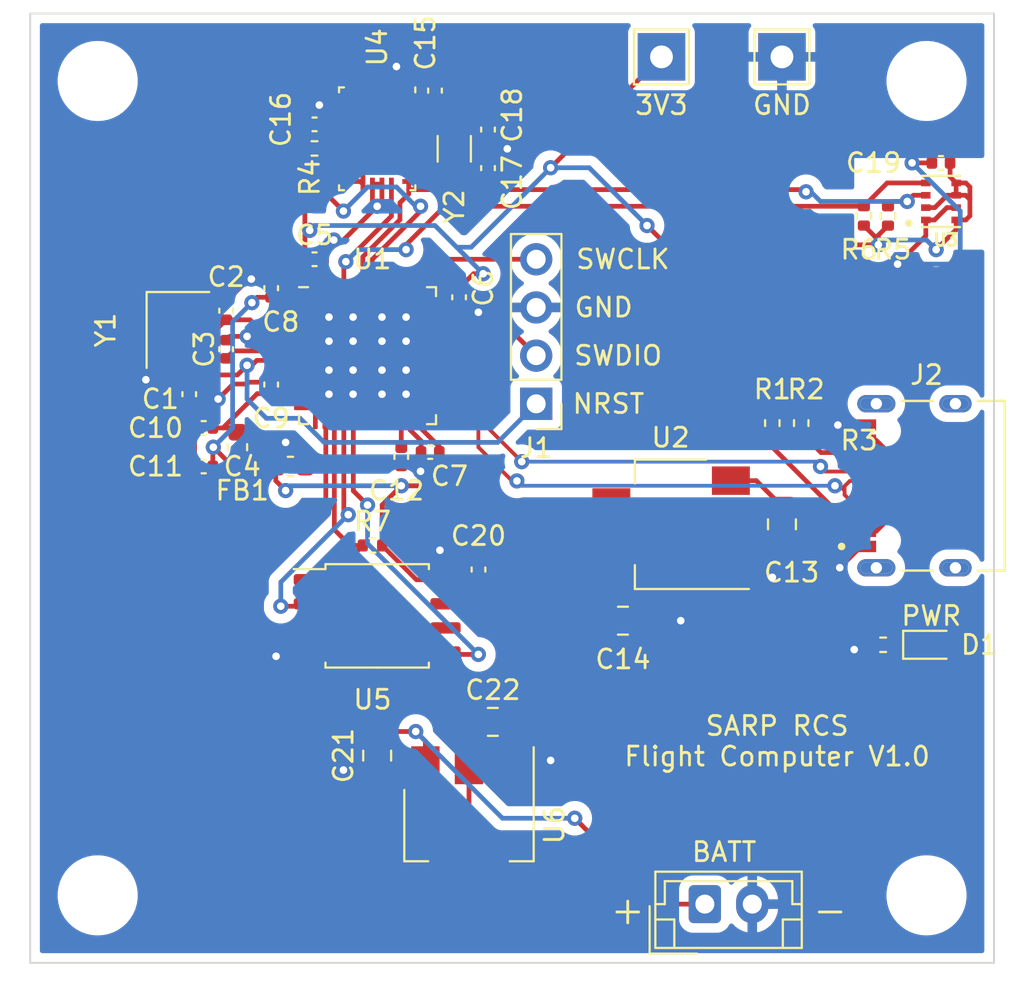
<source format=kicad_pcb>
(kicad_pcb (version 20211014) (generator pcbnew)
  (layers (0 "F.Cu" signal) (31 "B.Cu" signal) (34 "B.Paste" user) (35 "F.Paste" user) (36 "B.SilkS" user "B.Silkscreen") (37 "F.SilkS" user "F.Silkscreen") (38 "B.Mask" user) (39 "F.Mask" user) (44 "Edge.Cuts" user))
  (net 0 "")
  (net 1 "/NRST")
  (net 2 "GND")
  (net 3 "/OSC_IN")
  (net 4 "/OSC_OUT")
  (net 5 "+3.3V")
  (net 6 "+3.3VA")
  (net 7 "Net-(C12-Pad1)")
  (net 8 "VBUS")
  (net 9 "/PWR_LED_K")
  (net 10 "/SWDIO")
  (net 11 "/SWCLK")
  (net 12 "/USB_D+")
  (net 13 "/USB_D-")
  (net 14 "Net-(C17-Pad1)")
  (net 17 "Net-(C18-Pad1)")
  (net 25 "/SCLK")
  (net 26 "/CS_FLASH")
  (net 27 "/MISO")
  (net 43 "/MOSI")
  (net 44 "Net-(C16-Pad1)")
  (net 47 "/BNO_NRST")
  (net 48 "/SDA")
  (net 49 "/SCL")
  (net 59 "Net-(U4-Pad15)")
  (net 66 "Net-(J2-PadA5)")
  (net 67 "Net-(J2-PadB5)")
  (net 68 "/BATT_IN")
  (footprint "Capacitor_SMD:C_0402_1005Metric" (layer "F.Cu") (at 119.634 94.488 -90)
    (fp_text reference "C1")
    (fp_text value "100nF" hide)
  )
  (footprint "MountingHole:MountingHole_3.2mm_M3" (layer "F.Cu") (at 158.496 77.978)
    (fp_text reference "H2")
    (fp_text value "MountingHole")
  )
  (footprint "Resistor_SMD:R_0402_1005Metric" (layer "F.Cu") (at 126.238 81.534)
    (fp_text reference "R4")
    (fp_text value "10k" hide)
  )
  (footprint "Package_SO:SOIC-8_5.23x5.23mm_P1.27mm" (layer "F.Cu") (at 129.54 106.172)
    (fp_text reference "U5")
    (fp_text value "W25Q32JVSS" hide)
  )
  (footprint "BMP280:XDCR_BMP280" (layer "F.Cu") (at 159.258 84.328 180)
    (fp_text reference "U3")
    (fp_text value "BMP280")
  )
  (footprint "Connector_JST:JST_EH_B2B-EH-A_1x02_P2.50mm_Vertical" (layer "F.Cu") (at 146.812 121.366)
    (fp_text reference "BATT")
    (fp_text value "JST BATT")
  )
  (footprint "Capacitor_SMD:C_0402_1005Metric" (layer "F.Cu") (at 126.238 87.376)
    (fp_text reference "C5")
    (fp_text value "100nF" hide)
  )
  (footprint "Capacitor_SMD:C_0402_1005Metric" (layer "F.Cu") (at 135.382 80.538 -90)
    (fp_text reference "C18")
    (fp_text value "22pF" hide)
  )
  (footprint "Capacitor_SMD:C_0402_1005Metric" (layer "F.Cu") (at 123.952 93.98 90)
    (fp_text reference "C9")
    (fp_text value "10nF" hide)
  )
  (footprint "Capacitor_SMD:C_0402_1005Metric" (layer "F.Cu") (at 159.258 82.296)
    (fp_text reference "C19")
    (fp_text value "100nF")
  )
  (footprint "Package_TO_SOT_SMD:SOT-223-3_TabPin2" (layer "F.Cu") (at 134.38 117.196 -90)
    (fp_text reference "U6")
    (fp_text value "AMS1117-3.3")
  )
  (footprint "Capacitor_SMD:C_0402_1005Metric" (layer "F.Cu") (at 134.88 103.73 90)
    (fp_text reference "C20")
    (fp_text value "100nF" hide)
  )
  (footprint "Capacitor_SMD:C_0402_1005Metric" (layer "F.Cu") (at 133.858 89.38 -90)
    (fp_text reference "C6")
    (fp_text value "100nF" hide)
  )
  (footprint "Resistor_SMD:R_0402_1005Metric" (layer "F.Cu") (at 156.21 107.696 180)
    (fp_text reference "R3")
    (fp_text value "1k" hide)
  )
  (footprint "MountingHole:MountingHole_3.2mm_M3" (layer "F.Cu") (at 114.808 120.904)
    (fp_text reference "H3")
    (fp_text value "MountingHole")
  )
  (footprint "Package_TO_SOT_SMD:SOT-223-3_TabPin2" (layer "F.Cu") (at 145.034 101.346 180)
    (fp_text reference "U2")
    (fp_text value "AMS1117-3.3" hide)
  )
  (footprint "Resistor_SMD:R_0402_1005Metric" (layer "F.Cu") (at 156.464 85.092 90)
    (fp_text reference "R5")
    (fp_text value "10k")
  )
  (footprint "Capacitor_SMD:C_0402_1005Metric" (layer "F.Cu") (at 132.334 97.536 180)
    (fp_text reference "C7")
    (fp_text value "100nF" hide)
  )
  (footprint "Capacitor_SMD:C_0805_2012Metric" (layer "F.Cu") (at 142.494 106.426)
    (fp_text reference "C14")
    (fp_text value "22uF" hide)
  )
  (footprint "Capacitor_SMD:C_0402_1005Metric" (layer "F.Cu") (at 132.588 78.486 90)
    (fp_text reference "C15")
    (fp_text value "100nF" hide)
  )
  (footprint "Package_DFN_QFN:QFN-48-1EP_7x7mm_P0.5mm_EP5.6x5.6mm" (layer "F.Cu") (at 129.032 92.456)
    (fp_text reference "U1")
    (fp_text value "STM32F401CCU6" hide)
  )
  (footprint "TestPoint:TestPoint_THTPad_2.5x2.5mm_Drill1.2mm" (layer "F.Cu") (at 144.526 76.708)
    (fp_text reference "3V3")
    (fp_text value "3V3")
  )
  (footprint "MountingHole:MountingHole_3.2mm_M3" (layer "F.Cu") (at 114.808 77.978)
    (fp_text reference "H4")
    (fp_text value "MountingHole")
  )
  (footprint "TestPoint:TestPoint_THTPad_2.5x2.5mm_Drill1.2mm" (layer "F.Cu") (at 150.876 76.708)
    (fp_text reference "GND")
    (fp_text value "GND")
  )
  (footprint "Capacitor_SMD:C_0402_1005Metric" (layer "F.Cu") (at 121.578 90.086 90)
    (fp_text reference "C2")
    (fp_text value "10pF" hide)
  )
  (footprint "Resistor_SMD:R_0402_1005Metric" (layer "F.Cu") (at 129.292 102.46 180)
    (fp_text reference "R7")
    (fp_text value "10k" hide)
  )
  (footprint "Capacitor_SMD:C_0805_2012Metric" (layer "F.Cu") (at 129.54 113.538 -90)
    (fp_text reference "C21")
    (fp_text value "22uF")
  )
  (footprint "Crystal:Crystal_SMD_3215-2Pin_3.2x1.5mm" (layer "F.Cu") (at 133.604 81.554 90)
    (fp_text reference "Y2")
    (fp_text value "32.768Mhz" hide)
  )
  (footprint "Capacitor_SMD:C_0402_1005Metric" (layer "F.Cu") (at 121.578 92.118 90)
    (fp_text reference "C3")
    (fp_text value "10pF" hide)
  )
  (footprint "MountingHole:MountingHole_3.2mm_M3" (layer "F.Cu") (at 158.496 120.904)
    (fp_text reference "H1")
    (fp_text value "MountingHole")
  )
  (footprint "Crystal:Crystal_SMD_3225-4Pin_3.2x2.5mm" (layer "F.Cu") (at 119.038 91.102 -90)
    (fp_text reference "Y1")
    (fp_text value "16MHz" hide)
  )
  (footprint "Capacitor_SMD:C_0603_1608Metric" (layer "F.Cu") (at 124.968 98.298)
    (fp_text reference "C4")
    (fp_text value "10uF" hide)
  )
  (footprint "Resistor_SMD:R_0402_1005Metric" (layer "F.Cu") (at 150.368 96.012 -90)
    (fp_text reference "R1")
    (fp_text value "5.11k" hide)
  )
  (footprint "LED_SMD:LED_0603_1608Metric" (layer "F.Cu") (at 158.75 107.696)
    (fp_text reference "D1")
    (fp_text value "LED" hide)
  )
  (footprint "Capacitor_SMD:C_0402_1005Metric" (layer "F.Cu") (at 130.81 97.79 -90)
    (fp_text reference "C12")
    (fp_text value "2.2uF" hide)
  )
  (footprint "Inductor_SMD:L_0603_1608Metric" (layer "F.Cu") (at 122.174 97.282 -90)
    (fp_text reference "FB1")
    (fp_text value "120R" hide)
  )
  (footprint "Capacitor_SMD:C_0402_1005Metric" (layer "F.Cu") (at 120.396 96.266 180)
    (fp_text reference "C10")
    (fp_text value "1uF" hide)
  )
  (footprint "Package_LGA:LGA-28_5.2x3.8mm_P0.5mm" (layer "F.Cu") (at 129.54 81.026 -90)
    (fp_text reference "U4")
    (fp_text value "BNO055" hide)
  )
  (footprint "Capacitor_SMD:C_0402_1005Metric" (layer "F.Cu") (at 126.238 80.264 180)
    (fp_text reference "C16")
    (fp_text value "100nF" hide)
  )
  (footprint "Connector_PinHeader_2.54mm:PinHeader_1x04_P2.54mm_Vertical" (layer "F.Cu") (at 137.922 94.996 180)
    (fp_text reference "J1")
    (fp_text value "SWD")
  )
  (footprint "Capacitor_SMD:C_0402_1005Metric" (layer "F.Cu") (at 120.396 98.298 180)
    (fp_text reference "C11")
    (fp_text value "1uF" hide)
  )
  (footprint "Resistor_SMD:R_0402_1005Metric" (layer "F.Cu") (at 151.892 96.012 -90)
    (fp_text reference "R2")
    (fp_text value "5.11k")
  )
  (footprint "Capacitor_SMD:C_0805_2012Metric" (layer "F.Cu") (at 150.876 101.346 -90)
    (fp_text reference "C13")
    (fp_text value "22uF" hide)
  )
  (footprint "Resistor_SMD:R_0402_1005Metric" (layer "F.Cu") (at 155.194 85.09 90)
    (fp_text reference "R6")
    (fp_text value "10k")
  )
  (footprint "Capacitor_SMD:C_0402_1005Metric" (layer "F.Cu") (at 123.952 88.9 90)
    (fp_text reference "C8")
    (fp_text value "100nF" hide)
  )
  (footprint "Capacitor_SMD:C_0402_1005Metric" (layer "F.Cu") (at 135.382 82.57 90)
    (fp_text reference "C17")
    (fp_text value "22pF" hide)
  )
  (footprint "USBC:HRO_TYPE-C-31-M-12" (layer "F.Cu") (at 160.02 99.314 90)
    (fp_text reference "J2")
    (fp_text value "TYPE-C-31-M-12" hide)
    (fp_line (start 4.025 -3.62) (end 4.025 -4.72) (layer "Edge.Cuts") (width 0.01))
    (fp_line (start -4.625 -3.62) (end -4.625 -4.72) (layer "Edge.Cuts") (width 0.01))
    (fp_line (start 4.625 -0.4) (end 4.625 0.4) (layer "Edge.Cuts") (width 0.01))
    (fp_line (start 4.625 -4.72) (end 4.625 -3.62) (layer "Edge.Cuts") (width 0.01))
    (fp_line (start -4.025 -4.72) (end -4.025 -3.62) (layer "Edge.Cuts") (width 0.01))
    (fp_line (start -4.025 -0.4) (end -4.025 0.4) (layer "Edge.Cuts") (width 0.01))
    (fp_line (start -4.625 0.4) (end -4.625 -0.4) (layer "Edge.Cuts") (width 0.01))
    (fp_line (start 4.025 0.4) (end 4.025 -0.4) (layer "Edge.Cuts") (width 0.01))
    (fp_arc (start -4.325 -5.02) (mid -4.112868 -4.932132) (end -4.025 -4.72) (layer "Edge.Cuts") (width 0.01))
    (fp_arc (start -4.025 -3.62) (mid -4.112868 -3.407868) (end -4.325 -3.32) (layer "Edge.Cuts") (width 0.01))
    (fp_arc (start -4.625 -0.4) (mid -4.537132 -0.612132) (end -4.325 -0.7) (layer "Edge.Cuts") (width 0.01))
    (fp_arc (start -4.325 -0.7) (mid -4.112868 -0.612132) (end -4.025 -0.4) (layer "Edge.Cuts") (width 0.01))
    (fp_arc (start 4.625 0.4) (mid 4.537132 0.612132) (end 4.325 0.7) (layer "Edge.Cuts") (width 0.01))
    (fp_arc (start -4.325 -3.32) (mid -4.537132 -3.407868) (end -4.625 -3.62) (layer "Edge.Cuts") (width 0.01))
    (fp_arc (start 4.325 -3.32) (mid 4.112868 -3.407868) (end 4.025 -3.62) (layer "Edge.Cuts") (width 0.01))
    (fp_arc (start -4.625 -4.72) (mid -4.537132 -4.932132) (end -4.325 -5.02) (layer "Edge.Cuts") (width 0.01))
    (fp_arc (start 4.325 0.7) (mid 4.112868 0.612132) (end 4.025 0.4) (layer "Edge.Cuts") (width 0.01))
    (fp_arc (start 4.625 -3.62) (mid 4.537132 -3.407868) (end 4.325 -3.32) (layer "Edge.Cuts") (width 0.01))
    (fp_arc (start -4.025 0.4) (mid -4.112868 0.612132) (end -4.325 0.7) (layer "Edge.Cuts") (width 0.01))
    (fp_arc (start 4.325 -5.02) (mid 4.537132 -4.932132) (end 4.625 -4.72) (layer "Edge.Cuts") (width 0.01))
    (fp_arc (start 4.025 -0.4) (mid 4.112868 -0.612132) (end 4.325 -0.7) (layer "Edge.Cuts") (width 0.01))
    (fp_arc (start 4.025 -4.72) (mid 4.112868 -4.932132) (end 4.325 -5.02) (layer "Edge.Cuts") (width 0.01))
    (fp_arc (start 4.325 -0.7) (mid 4.537132 -0.612132) (end 4.625 -0.4) (layer "Edge.Cuts") (width 0.01))
    (fp_arc (start -4.325 0.7) (mid -4.537132 0.612132) (end -4.625 0.4) (layer "Edge.Cuts") (width 0.01))
  )
  (footprint "Capacitor_SMD:C_0805_2012Metric" (layer "F.Cu") (at 135.636 111.76)
    (fp_text reference "C22")
    (fp_text value "22uF")
  )
  (gr_line (start 111.252 74.422) (end 162.052 74.422) (layer "Edge.Cuts") (width 0.1))
  (gr_line (start 111.252 124.46) (end 162.052 124.46) (layer "Edge.Cuts") (width 0.1))
  (gr_line (start 162.052 74.422) (end 162.052 124.46) (layer "Edge.Cuts") (width 0.1))
  (gr_line (start 111.252 74.422) (end 111.252 124.46) (layer "Edge.Cuts") (width 0.1))
  (gr_text "-" (at 153.416 121.666) (layer "F.SilkS") (effects (font (size 1.5 1.5))))
  (gr_text "SWCLK" (at 142.494 87.376) (layer "F.SilkS") (effects (font (size 1 1))))
  (gr_text "+" (at 142.748 121.666) (layer "F.SilkS") (effects (font (size 1.5 1.5))))
  (gr_text "GND" (at 141.478 89.916) (layer "F.SilkS") (effects (font (size 1 1))))
  (gr_text "SWDIO" (at 142.24 92.456) (layer "F.SilkS") (effects (font (size 1 1))))
  (gr_text "NRST" (at 141.732 94.996) (layer "F.SilkS") (effects (font (size 1 1))))
  (gr_text "SARP RCS\nFlight Computer V1.0" (at 150.622 112.776) (layer "F.SilkS") (effects (font (size 1 1))))
  (segment (start 120.904 93.472) (end 120.368 94.008) (width 0.25) (layer "F.Cu") (net 1))
  (segment (start 122.908 92.992) (end 123.194 92.706) (width 0.25) (layer "F.Cu") (net 1))
  (segment (start 122.174 93.472) (end 120.904 93.472) (width 0.25) (layer "F.Cu") (net 1))
  (segment (start 123.194 92.706) (end 125.5945 92.706) (width 0.25) (layer "F.Cu") (net 1))
  (segment (start 122.682 92.964) (end 122.908 92.992) (width 0.25) (layer "F.Cu") (net 1))
  (segment (start 120.368 94.008) (end 119.634 94.008) (width 0.25) (layer "F.Cu") (net 1))
  (segment (start 122.682 92.992) (end 122.682 92.964) (width 0.25) (layer "F.Cu") (net 1))
  (segment (start 122.682 92.964) (end 122.174 93.472) (width 0.25) (layer "F.Cu") (net 1))
  (via (at 122.682 92.964) (size 0.8) (drill 0.4) (layers "F.Cu" "B.Cu") (net 1))
  (segment (start 123.698 95.758) (end 125.476 95.758) (width 0.25) (layer "B.Cu") (net 1))
  (segment (start 122.682 94.742) (end 123.698 95.758) (width 0.25) (layer "B.Cu") (net 1))
  (segment (start 137.922 94.996) (end 135.89 97.028) (width 0.25) (layer "B.Cu") (net 1))
  (segment (start 122.682 92.964) (end 122.682 94.742) (width 0.25) (layer "B.Cu") (net 1))
  (segment (start 125.476 95.758) (end 126.746 97.028) (width 0.25) (layer "B.Cu") (net 1))
  (segment (start 135.89 97.028) (end 126.746 97.028) (width 0.25) (layer "B.Cu") (net 1))
  (segment (start 124.432 93.5) (end 123.952 93.5) (width 0.25) (layer "F.Cu") (net 2))
  (segment (start 126.718 87.376) (end 126.718 86.896) (width 0.25) (layer "F.Cu") (net 2))
  (segment (start 160.058 84.653) (end 159.569396 84.653) (width 0.25) (layer "F.Cu") (net 2))
  (segment (start 153.924 107.188) (end 154.686 107.95) (width 0.25) (layer "F.Cu") (net 2))
  (segment (start 130.29 78.244) (end 130.29 78.6385) (width 0.25) (layer "F.Cu") (net 2))
  (segment (start 135.382 81.554) (end 135.382 82.09) (width 0.25) (layer "F.Cu") (net 2))
  (segment (start 126.782 87.44) (end 126.782 89.0185) (width 0.25) (layer "F.Cu") (net 2))
  (segment (start 134.88 103.25) (end 133.384 103.25) (width 0.25) (layer "F.Cu") (net 2))
  (segment (start 135.128 89.916) (end 134.874 90.17) (width 0.25) (layer "F.Cu") (net 2))
  (segment (start 119.916 96.266) (end 119.916 95.984) (width 0.25) (layer "F.Cu") (net 2))
  (segment (start 121.776 91.44) (end 121.578 91.638) (width 0.25) (layer "F.Cu") (net 2))
  (segment (start 158.458 86.144) (end 156.972 87.63) (width 0.25) (layer "F.Cu") (net 2))
  (segment (start 131.572 98.298) (end 131.826 98.552) (width 0.25) (layer "F.Cu") (net 2))
  (segment (start 129.79 84.332) (end 129.54 84.582) (width 0.25) (layer "F.Cu") (net 2))
  (segment (start 154.94 107.696) (end 154.686 107.95) (width 0.25) (layer "F.Cu") (net 2))
  (segment (start 153.21 95.502) (end 153.822 96.114) (width 0.25) (layer "F.Cu") (net 2))
  (segment (start 122.682 91.44) (end 121.776 91.44) (width 0.25) (layer "F.Cu") (net 2))
  (segment (start 155.27 102.514) (end 155.042 102.514) (width 0.25) (layer "F.Cu") (net 2))
  (segment (start 135.382 81.554) (end 136.398 81.554) (width 0.25) (layer "F.Cu") (net 2))
  (segment (start 132.588 78.006) (end 130.528 78.006) (width 0.25) (layer "F.Cu") (net 2))
  (segment (start 131.12 98.27) (end 131.854 97.536) (width 0.25) (layer "F.Cu") (net 2))
  (segment (start 129.79 83.4135) (end 129.29 83.4135) (width 0.25) (layer "F.Cu") (net 2))
  (segment (start 131.282 96.379008) (end 131.282 95.8935) (width 0.25) (layer "F.Cu") (net 2))
  (segment (start 150.368 104.14) (end 150.368 103.886) (width 0.25) (layer "F.Cu") (net 2))
  (segment (start 129.79 83.4135) (end 129.79 84.332) (width 0.25) (layer "F.Cu") (net 2))
  (segment (start 136.68 114.046) (end 138.43 114.046) (width 0.25) (layer "F.Cu") (net 2))
  (segment (start 121.182 90.002) (end 121.578 89.606) (width 0.25) (layer "F.Cu") (net 2))
  (segment (start 131.282 94.706) (end 129.032 92.456) (width 0.25) (layer "F.Cu") (net 2))
  (segment (start 127.762 86.36) (end 127.254 86.36) (width 0.25) (layer "F.Cu") (net 2))
  (segment (start 130.556 77.978) (end 130.556 77.216) (width 0.25) (layer "F.Cu") (net 2))
  (segment (start 125.743 98.298) (end 125.743 98.057) (width 0.25) (layer "F.Cu") (net 2))
  (segment (start 122.779 93.855) (end 123.597 93.855) (width 0.25) (layer "F.Cu") (net 2))
  (segment (start 131.854 96.951008) (end 131.282 96.379008) (width 0.25) (layer "F.Cu") (net 2))
  (segment (start 158.778 82.296) (end 157.734 82.296) (width 0.25) (layer "F.Cu") (net 2))
  (segment (start 125.743 98.057) (end 124.714 97.028) (width 0.25) (layer "F.Cu") (net 2))
  (segment (start 133.384 103.25) (end 132.848 102.714) (width 0.25) (layer "F.Cu") (net 2))
  (segment (start 118.188 92.202) (end 118.188 92.886) (width 0.25) (layer "F.Cu") (net 2))
  (segment (start 125.94 108.077) (end 124.437 108.077) (width 0.25) (layer "F.Cu") (net 2))
  (segment (start 124.437 108.077) (end 124.212 108.302) (width 0.25) (layer "F.Cu") (net 2))
  (segment (start 119.634 95.984) (end 119.916 96.266) (width 0.25) (layer "F.Cu") (net 2))
  (segment (start 150.876 102.296) (end 149.827 103.345) (width 0.25) (layer "F.Cu") (net 2))
  (segment (start 123.952 88.42) (end 122.908 88.42) (width 0.25) (layer "F.Cu") (net 2))
  (segment (start 155.27 96.114) (end 153.822 96.114) (width 0.25) (layer "F.Cu") (net 2))
  (segment (start 129.54 114.488) (end 127.95 114.488) (width 0.25) (layer "F.Cu") (net 2))
  (segment (start 155.042 102.514) (end 153.924 103.632) (width 0.25) (layer "F.Cu") (net 2))
  (segment (start 159.569396 84.653) (end 158.919396 85.303) (width 0.25) (layer "F.Cu") (net 2))
  (segment (start 131.282 95.8935) (end 131.282 94.706) (width 0.25) (layer "F.Cu") (net 2))
  (segment (start 126.718 86.896) (end 127.254 86.36) (width 0.25) (layer "F.Cu") (net 2))
  (segment (start 131.854 97.536) (end 131.854 96.951008) (width 0.25) (layer "F.Cu") (net 2))
  (segment (start 121.948 93.952) (end 122.682 93.952) (width 0.25) (layer "F.Cu") (net 2))
  (segment (start 119.888 90.002) (end 121.182 90.002) (width 0.25) (layer "F.Cu") (net 2))
  (segment (start 122.764 88.42) (end 121.578 89.606) (width 0.25) (layer "F.Cu") (net 2))
  (segment (start 158.458 85.303) (end 158.458 86.144) (width 0.25) (layer "F.Cu") (net 2))
  (segment (start 133.858 89.86) (end 134.564 89.86) (width 0.25) (layer "F.Cu") (net 2))
  (segment (start 130.81 98.27) (end 131.12 98.27) (width 0.25) (layer "F.Cu") (net 2))
  (segment (start 158.919396 85.303) (end 158.458 85.303) (width 0.25) (layer "F.Cu") (net 2))
  (segment (start 126.718 87.376) (end 126.782 87.44) (width 0.25) (layer "F.Cu") (net 2))
  (segment (start 125.5945 93.206) (end 128.282 93.206) (width 0.25) (layer "F.Cu") (net 2))
  (segment (start 129.54 84.582) (end 127.762 86.36) (width 0.25) (layer "F.Cu") (net 2))
  (segment (start 130.29 78.244) (end 130.556 77.978) (width 0.25) (layer "F.Cu") (net 2))
  (segment (start 118.188 91.802) (end 118.188 92.202) (width 0.25) (layer "F.Cu") (net 2))
  (segment (start 125.758 79.982) (end 126.492 79.248) (width 0.25) (layer "F.Cu") (net 2))
  (segment (start 132.955008 90.206) (end 132.4695 90.206) (width 0.25) (layer "F.Cu") (net 2))
  (segment (start 149.827 103.345) (end 149.526 103.646) (width 0.25) (layer "F.Cu") (net 2))
  (segment (start 130.528 78.006) (end 130.29 78.244) (width 0.25) (layer "F.Cu") (net 2))
  (segment (start 119.634 94.968) (end 119.634 95.984) (width 0.25) (layer "F.Cu") (net 2))
  (segment (start 121.158 94.742) (end 121.948 93.952) (width 0.25) (layer "F.Cu") (net 2))
  (segment (start 143.444 106.426) (end 143.698 106.172) (width 0.25) (layer "F.Cu") (net 2))
  (segment (start 131.572 97.818) (end 131.572 98.298) (width 0.25) (layer "F.Cu") (net 2))
  (segment (start 119.916 95.984) (end 121.158 94.742) (width 0.25) (layer "F.Cu") (net 2))
  (segment (start 155.7 107.696) (end 154.94 107.696) (width 0.25) (layer "F.Cu") (net 2))
  (segment (start 128.282 93.206) (end 129.032 92.456) (width 0.25) (layer "F.Cu") (net 2))
  (segment (start 124.726 93.206) (end 124.432 93.5) (width 0.25) (layer "F.Cu") (net 2))
  (segment (start 129.54 84.582) (end 129.29 84.332) (width 0.25) (layer "F.Cu") (net 2))
  (segment (start 153.924 103.632) (end 153.924 107.188) (width 0.25) (layer "F.Cu") (net 2))
  (segment (start 136.68 114.046) (end 136.68 111.854) (width 0.25) (layer "F.Cu") (net 2))
  (segment (start 150.368 95.502) (end 151.892 95.502) (width 0.25) (layer "F.Cu") (net 2))
  (segment (start 127.95 114.488) (end 127.762 114.3) (width 0.25) (layer "F.Cu") (net 2))
  (segment (start 119.916 98.298) (end 119.916 96.266) (width 0.25) (layer "F.Cu") (net 2))
  (segment (start 150.368 103.886) (end 149.827 103.345) (width 0.25) (layer "F.Cu") (net 2))
  (segment (start 129.29 84.332) (end 129.29 83.4135) (width 0.25) (layer "F.Cu") (net 2))
  (segment (start 118.188 92.886) (end 117.348 93.726) (width 0.25) (layer "F.Cu") (net 2))
  (segment (start 133.301008 89.86) (end 132.955008 90.206) (width 0.25) (layer "F.Cu") (net 2))
  (segment (start 122.908 88.42) (end 122.764 88.42) (width 0.25) (layer "F.Cu") (net 2))
  (segment (start 123.597 93.855) (end 123.952 93.5) (width 0.25) (layer "F.Cu") (net 2))
  (segment (start 138.43 114.046) (end 138.684 113.792) (width 0.25) (layer "F.Cu") (net 2))
  (segment (start 143.444 106.426) (end 145.542 106.426) (width 0.25) (layer "F.Cu") (net 2))
  (segment (start 125.5945 93.206) (end 124.726 93.206) (width 0.25) (layer "F.Cu") (net 2))
  (segment (start 122.682 93.952) (end 122.779 93.855) (width 0.25) (layer "F.Cu") (net 2))
  (segment (start 131.854 97.536) (end 131.572 97.818) (width 0.25) (layer "F.Cu") (net 2))
  (segment (start 136.68 111.854) (end 136.586 111.76) (width 0.25) (layer "F.Cu") (net 2))
  (segment (start 137.922 89.916) (end 135.128 89.916) (width 0.25) (layer "F.Cu") (net 2))
  (segment (start 133.858 89.86) (end 133.301008 89.86) (width 0.25) (layer "F.Cu") (net 2))
  (segment (start 134.564 89.86) (end 134.874 90.17) (width 0.25) (layer "F.Cu") (net 2))
  (segment (start 151.892 95.502) (end 153.21 95.502) (width 0.25) (layer "F.Cu") (net 2))
  (segment (start 125.758 80.264) (end 125.758 79.982) (width 0.25) (layer "F.Cu") (net 2))
  (segment (start 135.382 81.018) (end 135.382 81.554) (width 0.25) (layer "F.Cu") (net 2))
  (segment (start 149.526 103.646) (end 148.184 103.646) (width 0.25) (layer "F.Cu") (net 2))
  (via (at 129.794 93.218) (size 0.8) (drill 0.4) (layers "F.Cu" "B.Cu") (net 2))
  (via (at 128.27 91.694) (size 0.8) (drill 0.4) (layers "F.Cu" "B.Cu") (net 2))
  (via (at 131.064 90.424) (size 0.8) (drill 0.4) (layers "F.Cu" "B.Cu") (net 2))
  (via (at 154.686 107.95) (size 0.8) (drill 0.4) (layers "F.Cu" "B.Cu") (net 2))
  (via (at 128.27 90.424) (size 0.8) (drill 0.4) (layers "F.Cu" "B.Cu") (net 2))
  (via (at 127 94.488) (size 0.8) (drill 0.4) (layers "F.Cu" "B.Cu") (net 2))
  (via (at 127 90.424) (size 0.8) (drill 0.4) (layers "F.Cu" "B.Cu") (net 2))
  (via (at 153.822 96.114) (size 0.8) (drill 0.4) (layers "F.Cu" "B.Cu") (net 2))
  (via (at 134.874 90.17) (size 0.8) (drill 0.4) (layers "F.Cu" "B.Cu") (net 2))
  (via (at 127 91.694) (size 0.8) (drill 0.4) (layers "F.Cu" "B.Cu") (net 2))
  (via (at 131.064 91.694) (size 0.8) (drill 0.4) (layers "F.Cu" "B.Cu") (net 2))
  (via (at 124.212 108.302) (size 0.8) (drill 0.4) (layers "F.Cu" "B.Cu") (net 2))
  (via (at 131.064 94.488) (size 0.8) (drill 0.4) (layers "F.Cu" "B.Cu") (net 2))
  (via (at 145.542 106.426) (size 0.8) (drill 0.4) (layers "F.Cu" "B.Cu") (net 2))
  (via (at 129.794 90.424) (size 0.8) (drill 0.4) (layers "F.Cu" "B.Cu") (net 2))
  (via (at 122.682 91.44) (size 0.8) (drill 0.4) (layers "F.Cu" "B.Cu") (net 2))
  (via (at 129.54 84.582) (size 0.8) (drill 0.4) (layers "F.Cu" "B.Cu") (net 2))
  (via (at 117.348 93.726) (size 0.8) (drill 0.4) (layers "F.Cu" "B.Cu") (net 2))
  (via (at 153.924 103.632) (size 0.8) (drill 0.4) (layers "F.Cu" "B.Cu") (net 2))
  (via (at 131.064 93.218) (size 0.8) (drill 0.4) (layers "F.Cu" "B.Cu") (net 2))
  (via (at 131.826 98.552) (size 0.8) (drill 0.4) (layers "F.Cu" "B.Cu") (net 2))
  (via (at 128.27 94.488) (size 0.8) (drill 0.4) (layers "F.Cu" "B.Cu") (net 2))
  (via (at 127.762 114.3) (size 0.8) (drill 0.4) (layers "F.Cu" "B.Cu") (net 2))
  (via (at 129.794 94.488) (size 0.8) (drill 0.4) (layers "F.Cu" "B.Cu") (net 2))
  (via (at 132.848 102.714) (size 0.8) (drill 0.4) (layers "F.Cu" "B.Cu") (net 2))
  (via (at 157.734 82.296) (size 0.8) (drill 0.4) (layers "F.Cu" "B.Cu") (net 2))
  (via (at 129.794 91.694) (size 0.8) (drill 0.4) (layers "F.Cu" "B.Cu") (net 2))
  (via (at 138.684 113.792) (size 0.8) (drill 0.4) (layers "F.Cu" "B.Cu") (net 2))
  (via (at 121.158 94.742) (size 0.8) (drill 0.4) (layers "F.Cu" "B.Cu") (net 2))
  (via (at 130.556 77.216) (size 0.8) (drill 0.4) (layers "F.Cu" "B.Cu") (net 2))
  (via (at 150.368 104.14) (size 0.8) (drill 0.4) (layers "F.Cu" "B.Cu") (net 2))
  (via (at 124.714 97.028) (size 0.8) (drill 0.4) (layers "F.Cu" "B.Cu") (net 2))
  (via (at 156.972 87.63) (size 0.8) (drill 0.4) (layers "F.Cu" "B.Cu") (net 2))
  (via (at 126.492 79.248) (size 0.8) (drill 0.4) (layers "F.Cu" "B.Cu") (net 2))
  (via (at 127.254 86.36) (size 0.8) (drill 0.4) (layers "F.Cu" "B.Cu") (net 2))
  (via (at 127 93.218) (size 0.8) (drill 0.4) (layers "F.Cu" "B.Cu") (net 2))
  (via (at 136.398 81.554) (size 0.8) (drill 0.4) (layers "F.Cu" "B.Cu") (net 2))
  (via (at 128.27 93.218) (size 0.8) (drill 0.4) (layers "F.Cu" "B.Cu") (net 2))
  (via (at 122.908 88.42) (size 0.8) (drill 0.4) (layers "F.Cu" "B.Cu") (net 2))
  (segment (start 160.274 84.836) (end 160.274 87.122) (width 0.25) (layer "B.Cu") (net 2))
  (segment (start 159.766 87.63) (end 156.972 87.63) (width 0.25) (layer "B.Cu") (net 2))
  (segment (start 157.734 82.296) (end 160.274 84.836) (width 0.25) (layer "B.Cu") (net 2))
  (segment (start 160.274 87.122) (end 159.766 87.63) (width 0.25) (layer "B.Cu") (net 2))
  (segment (start 125.5945 91.706) (end 123.964 91.706) (width 0.25) (layer "F.Cu") (net 3))
  (segment (start 121.578 90.566) (end 121.117 91.027) (width 0.25) (layer "F.Cu") (net 3))
  (segment (start 122.833305 90.566) (end 121.578 90.566) (width 0.25) (layer "F.Cu") (net 3))
  (segment (start 123.964 91.696695) (end 122.833305 90.566) (width 0.25) (layer "F.Cu") (net 3))
  (segment (start 118.188 90.089) (end 118.188 90.002) (width 0.25) (layer "F.Cu") (net 3))
  (segment (start 119.126 91.027) (end 118.188 90.089) (width 0.25) (layer "F.Cu") (net 3))
  (segment (start 121.117 91.027) (end 119.126 91.027) (width 0.25) (layer "F.Cu") (net 3))
  (segment (start 123.964 91.706) (end 123.964 91.696695) (width 0.25) (layer "F.Cu") (net 3))
  (segment (start 121.97 92.206) (end 121.578 92.598) (width 0.25) (layer "F.Cu") (net 4))
  (segment (start 120.284 92.598) (end 119.888 92.202) (width 0.25) (layer "F.Cu") (net 4))
  (segment (start 125.5945 92.206) (end 121.97 92.206) (width 0.25) (layer "F.Cu") (net 4))
  (segment (start 121.578 92.598) (end 120.284 92.598) (width 0.25) (layer "F.Cu") (net 4))
  (segment (start 129.79 78.6385) (end 129.79 79.244) (width 0.25) (layer "F.Cu") (net 5))
  (segment (start 125.857 88.265) (end 124.714 89.408) (width 0.25) (layer "F.Cu") (net 5))
  (segment (start 131.817 79.276) (end 132.127 78.966) (width 0.25) (layer "F.Cu") (net 5))
  (segment (start 123.952 89.38) (end 124.686 89.38) (width 0.25) (layer "F.Cu") (net 5))
  (segment (start 133.14 104.267) (end 131.609 104.267) (width 0.25) (layer "F.Cu") (net 5))
  (segment (start 129.29 78.6385) (end 129.29 77.474) (width 0.25) (layer "F.Cu") (net 5))
  (segment (start 129.847 79.301) (end 131.1775 79.301) (width 0.25) (layer "F.Cu") (net 5))
  (segment (start 132.814 98.834) (end 132.334 99.314) (width 0.25) (layer "F.Cu") (net 5))
  (segment (start 159.738 83.033) (end 160.058 83.353) (width 0.25) (layer "F.Cu") (net 5))
  (segment (start 134.88 104.21) (end 133.197 104.21) (width 0.25) (layer "F.Cu") (net 5))
  (segment (start 160.058 85.303) (end 160.058 85.814) (width 0.25) (layer "F.Cu") (net 5))
  (segment (start 123.218 89.38) (end 122.936 89.662) (width 0.25) (layer "F.Cu") (net 5))
  (segment (start 129.79 78.6385) (end 129.29 78.6385) (width 0.25) (layer "F.Cu") (net 5))
  (segment (start 140.432 78.994) (end 141.336 79.898) (width 0.25) (layer "F.Cu") (net 5))
  (segment (start 160.569 85.303) (end 160.058 85.303) (width 0.25) (layer "F.Cu") (net 5))
  (segment (start 129.802 100.322) (end 129.802 102.46) (width 0.25) (layer "F.Cu") (net 5))
  (segment (start 124.193 99.047) (end 124.714 99.568) (width 0.25) (layer "F.Cu") (net 5))
  (segment (start 125.984 85.852) (end 125.73 86.106) (width 0.25) (layer "F.Cu") (net 5))
  (segment (start 121.412 98.298) (end 121.9455 98.298) (width 0.25) (layer "F.Cu") (net 5))
  (segment (start 155.956 86.614) (end 155.956 86.362) (width 0.25) (layer "F.Cu") (net 5))
  (segment (start 134.686 111.76) (end 137.16 109.286) (width 0.25) (layer "F.Cu") (net 5))
  (segment (start 126.282 88.69) (end 126.282 89.0185) (width 0.25) (layer "F.Cu") (net 5))
  (segment (start 159.583 84.003) (end 160.058 84.003) (width 0.25) (layer "F.Cu") (net 5))
  (segment (start 133.197 104.21) (end 133.14 104.267) (width 0.25) (layer "F.Cu") (net 5))
  (segment (start 160.782 83.566) (end 160.782 84.227) (width 0.25) (layer "F.Cu") (net 5))
  (segment (start 158.933 84.653) (end 159.583 84.003) (width 0.25) (layer "F.Cu") (net 5))
  (segment (start 131.2025 79.276) (end 131.817 79.276) (width 0.25) (layer "F.Cu") (net 5))
  (segment (start 120.876 98.298) (end 120.876 97.31) (width 0.25) (layer "F.Cu") (net 5))
  (segment (start 125.728 85.596) (end 125.984 85.852) (width 0.25) (layer "F.Cu") (net 5))
  (segment (start 160.569 83.353) (end 160.782 83.566) (width 0.25) (layer "F.Cu") (net 5))
  (segment (start 125.73 86.106) (end 125.73 87.348) (width 0.25) (layer "F.Cu") (net 5))
  (segment (start 129.79 79.244) (end 129.847 79.301) (width 0.25) (layer "F.Cu") (net 5))
  (segment (start 132.334 99.314) (end 130.81 99.314) (width 0.25) (layer "F.Cu") (net 5))
  (segment (start 129.79 77.974) (end 129.79 78.6385) (width 0.25) (layer "F.Cu") (net 5))
  (segment (start 144.018 101.346) (end 144.78 101.346) (width 0.25) (layer "F.Cu") (net 5))
  (segment (start 125.728 81.534) (end 125.728 85.596) (width 0.25) (layer "F.Cu") (net 5))
  (segment (start 158.5215 108.712) (end 159.5375 107.696) (width 0.25) (layer "F.Cu") (net 5))
  (segment (start 137.096 106.426) (end 137.16 106.426) (width 0.25) (layer "F.Cu") (net 5))
  (segment (start 131.782 96.222) (end 131.782 95.8935) (width 0.25) (layer "F.Cu") (net 5))
  (segment (start 150.114 108.712) (end 158.5215 108.712) (width 0.25) (layer "F.Cu") (net 5))
  (segment (start 132.127 78.966) (end 132.588 78.966) (width 0.25) (layer "F.Cu") (net 5))
  (segment (start 155.956 86.362) (end 155.194 85.6) (width 0.25) (layer "F.Cu") (net 5))
  (segment (start 141.544 106.426) (end 137.16 106.426) (width 0.25) (layer "F.Cu") (net 5))
  (segment (start 148.184 101.346) (end 144.018 101.346) (width 0.25) (layer "F.Cu") (net 5))
  (segment (start 134.38 114.046) (end 134.38 120.346) (width 0.25) (layer "F.Cu") (net 5))
  (segment (start 122.174 98.0695) (end 121.6915 98.0695) (width 0.25) (layer "F.Cu") (net 5))
  (segment (start 160.058 84.003) (end 160.058 83.353) (width 0.25) (layer "F.Cu") (net 5))
  (segment (start 155.956 86.11) (end 156.464 85.602) (width 0.25) (layer "F.Cu") (net 5))
  (segment (start 159.738 82.296) (end 159.738 83.033) (width 0.25) (layer "F.Cu") (net 5))
  (segment (start 124.193 98.298) (end 124.193 99.047) (width 0.25) (layer "F.Cu") (net 5))
  (segment (start 132.814 97.536) (end 132.814 98.834) (width 0.25) (layer "F.Cu") (net 5))
  (segment (start 141.884 106.086) (end 141.544 106.426) (width 0.25) (layer "F.Cu") (net 5))
  (segment (start 144.78 86.614) (end 143.764 85.598) (width 0.25) (layer "F.Cu") (net 5))
  (segment (start 129.29 77.474) (end 129.286 77.47) (width 0.25) (layer "F.Cu") (net 5))
  (segment (start 123.98 89.408) (end 123.952 89.38) (width 0.25) (layer "F.Cu") (net 5))
  (segment (start 125.012 89.706) (end 125.5945 89.706) (width 0.25) (layer "F.Cu") (net 5))
  (segment (start 123.952 89.38) (end 123.218 89.38) (width 0.25) (layer "F.Cu") (net 5))
  (segment (start 141.336 79.898) (end 138.684 82.55) (width 0.25) (layer "F.Cu") (net 5))
  (segment (start 122.4025 98.298) (end 122.174 98.0695) (width 0.25) (layer "F.Cu") (net 5))
  (segment (start 134.686 113.74) (end 134.38 114.046) (width 0.25) (layer "F.Cu") (net 5))
  (segment (start 124.686 89.38) (end 125.012 89.706) (width 0.25) (layer "F.Cu") (net 5))
  (segment (start 124.714 89.408) (end 123.98 89.408) (width 0.25) (layer "F.Cu") (net 5))
  (segment (start 141.884 101.346) (end 141.884 106.086) (width 0.25) (layer "F.Cu") (net 5))
  (segment (start 131.609 104.267) (end 129.802 102.46) (width 0.25) (layer "F.Cu") (net 5))
  (segment (start 144.018 101.346) (end 141.884 101.346) (width 0.25) (layer "F.Cu") (net 5))
  (segment (start 160.058 85.814) (end 159.004 86.868) (width 0.25) (layer "F.Cu") (net 5))
  (segment (start 125.153 79.063) (end 126.746 77.47) (width 0.25) (layer "F.Cu") (net 5))
  (segment (start 160.782 84.227) (end 160.782 85.09) (width 0.25) (layer "F.Cu") (net 5))
  (segment (start 158.458 84.653) (end 158.933 84.653) (width 0.25) (layer "F.Cu") (net 5))
  (segment (start 130.81 99.314) (end 129.802 100.322) (width 0.25) (layer "F.Cu") (net 5))
  (segment (start 125.728 81.534) (end 125.153 80.959) (width 0.25) (layer "F.Cu") (net 5))
  (segment (start 133.858 88.9) (end 133.2755 88.9) (width 0.25) (layer "F.Cu") (net 5))
  (segment (start 125.73 87.348) (end 125.758 87.376) (width 0.25) (layer "F.Cu") (net 5))
  (segment (start 155.956 86.614) (end 155.956 86.11) (width 0.25) (layer "F.Cu") (net 5))
  (segment (start 124.193 98.298) (end 122.4025 98.298) (width 0.25) (layer "F.Cu") (net 5))
  (segment (start 120.876 97.31) (end 120.904 97.282) (width 0.25) (layer "F.Cu") (net 5))
  (segment (start 125.758 87.376) (end 125.758 88.166) (width 0.25) (layer "F.Cu") (net 5))
  (segment (start 160.558 84.003) (end 160.782 84.227) (width 0.25) (layer "F.Cu") (net 5))
  (segment (start 160.058 84.003) (end 160.558 84.003) (width 0.25) (layer "F.Cu") (net 5))
  (segment (start 121.6915 98.0695) (end 120.904 97.282) (width 0.25) (layer "F.Cu") (net 5))
  (segment (start 132.814 97.536) (end 132.814 97.254) (width 0.25) (layer "F.Cu") (net 5))
  (segment (start 146.558 103.124) (end 146.558 105.156) (width 0.25) (layer "F.Cu") (net 5))
  (segment (start 137.096 106.426) (end 134.88 104.21) (width 0.25) (layer "F.Cu") (net 5))
  (segment (start 132.616 78.994) (end 140.432 78.994) (width 0.25) (layer "F.Cu") (net 5))
  (segment (start 121.9455 98.298) (end 122.174 98.0695) (width 0.25) (layer "F.Cu") (net 5))
  (segment (start 132.814 97.254) (end 131.782 96.222) (width 0.25) (layer "F.Cu") (net 5))
  (segment (start 160.058 83.353) (end 160.569 83.353) (width 0.25) (layer "F.Cu") (net 5))
  (segment (start 125.758 88.166) (end 125.857 88.265) (width 0.25) (layer "F.Cu") (net 5))
  (segment (start 137.16 106.426) (end 137.16 106.172) (width 0.25) (layer "F.Cu") (net 5))
  (segment (start 134.62 88.138) (end 135.128 88.138) (width 0.25) (layer "F.Cu") (net 5))
  (segment (start 141.336 79.898) (end 144.526 76.708) (width 0.25) (layer "F.Cu") (net 5))
  (segment (start 131.1775 79.301) (end 131.2025 79.276) (width 0.25) (layer "F.Cu") (net 5))
  (segment (start 137.16 103.124) (end 133.35 99.314) (width 0.25) (layer "F.Cu") (net 5))
  (segment (start 133.2755 88.9) (end 132.4695 89.706) (width 0.25) (layer "F.Cu") (net 5))
  (segment (start 125.857 88.265) (end 126.282 88.69) (width 0.25) (layer "F.Cu") (net 5))
  (segment (start 134.686 111.76) (end 134.686 113.74) (width 0.25) (layer "F.Cu") (net 5))
  (segment (start 137.16 106.172) (end 137.16 103.124) (width 0.25) (layer "F.Cu") (net 5))
  (segment (start 144.78 101.346) (end 146.558 103.124) (width 0.25) (layer "F.Cu") (net 5))
  (segment (start 129.286 77.47) (end 129.79 77.974) (width 0.25) (layer "F.Cu") (net 5))
  (segment (start 133.858 88.9) (end 134.62 88.138) (width 0.25) (layer "F.Cu") (net 5))
  (segment (start 120.876 98.298) (end 121.412 98.298) (width 0.25) (layer "F.Cu") (net 5))
  (segment (start 160.782 85.09) (end 160.569 85.303) (width 0.25) (layer "F.Cu") (net 5))
  (segment (start 146.558 105.156) (end 150.114 108.712) (width 0.25) (layer "F.Cu") (net 5))
  (segment (start 137.16 109.286) (end 137.16 106.172) (width 0.25) (layer "F.Cu") (net 5))
  (segment (start 126.746 77.47) (end 129.286 77.47) (width 0.25) (layer "F.Cu") (net 5))
  (segment (start 125.153 80.959) (end 125.153 79.063) (width 0.25) (layer "F.Cu") (net 5))
  (segment (start 155.956 86.614) (end 144.78 86.614) (width 0.25) (layer "F.Cu") (net 5))
  (segment (start 133.35 99.314) (end 130.81 99.314) (width 0.25) (layer "F.Cu") (net 5))
  (via (at 130.81 99.314) (size 0.8) (drill 0.4) (layers "F.Cu" "B.Cu") (net 5))
  (via (at 138.684 82.55) (size 0.8) (drill 0.4) (layers "F.Cu" "B.Cu") (net 5))
  (via (at 125.984 85.852) (size 0.8) (drill 0.4) (layers "F.Cu" "B.Cu") (net 5))
  (via (at 120.904 97.282) (size 0.8) (drill 0.4) (layers "F.Cu" "B.Cu") (net 5))
  (via (at 124.714 99.568) (size 0.8) (drill 0.4) (layers "F.Cu" "B.Cu") (net 5))
  (via (at 159.004 86.868) (size 0.8) (drill 0.4) (layers "F.Cu" "B.Cu") (net 5))
  (via (at 135.128 88.138) (size 0.8) (drill 0.4) (layers "F.Cu" "B.Cu") (net 5))
  (via (at 122.936 89.662) (size 0.8) (drill 0.4) (layers "F.Cu" "B.Cu") (net 5))
  (via (at 155.956 86.614) (size 0.8) (drill 0.4) (layers "F.Cu" "B.Cu") (net 5))
  (via (at 143.764 85.598) (size 0.8) (drill 0.4) (layers "F.Cu" "B.Cu") (net 5))
  (segment (start 159.004 86.868) (end 158.496 86.36) (width 0.25) (layer "B.Cu") (net 5))
  (segment (start 132.588 85.598) (end 126.238 85.598) (width 0.25) (layer "B.Cu") (net 5))
  (segment (start 124.968 99.314) (end 124.714 99.568) (width 0.25) (layer "B.Cu") (net 5))
  (segment (start 140.716 82.55) (end 138.684 82.55) (width 0.25) (layer "B.Cu") (net 5))
  (segment (start 133.604 86.614) (end 132.588 85.598) (width 0.25) (layer "B.Cu") (net 5))
  (segment (start 130.81 99.314) (end 124.968 99.314) (width 0.25) (layer "B.Cu") (net 5))
  (segment (start 135.128 88.138) (end 133.731 86.741) (width 0.25) (layer "B.Cu") (net 5))
  (segment (start 143.764 85.598) (end 140.716 82.55) (width 0.25) (layer "B.Cu") (net 5))
  (segment (start 138.684 82.55) (end 134.493 86.741) (width 0.25) (layer "B.Cu") (net 5))
  (segment (start 133.731 86.741) (end 133.604 86.614) (width 0.25) (layer "B.Cu") (net 5))
  (segment (start 121.92 96.266) (end 121.92 90.678) (width 0.25) (layer "B.Cu") (net 5))
  (segment (start 156.21 86.36) (end 155.956 86.614) (width 0.25) (layer "B.Cu") (net 5))
  (segment (start 158.496 86.36) (end 156.21 86.36) (width 0.25) (layer "B.Cu") (net 5))
  (segment (start 134.493 86.741) (end 133.731 86.741) (width 0.25) (layer "B.Cu") (net 5))
  (segment (start 120.904 97.282) (end 121.92 96.266) (width 0.25) (layer "B.Cu") (net 5))
  (segment (start 121.92 90.678) (end 122.936 89.662) (width 0.25) (layer "B.Cu") (net 5))
  (segment (start 126.238 85.598) (end 125.984 85.852) (width 0.25) (layer "B.Cu") (net 5))
  (segment (start 123.218 94.46) (end 123.952 94.46) (width 0.25) (layer "F.Cu") (net 6))
  (segment (start 124.354992 94.46) (end 125.108992 93.706) (width 0.25) (layer "F.Cu") (net 6))
  (segment (start 121.412 96.266) (end 121.9455 96.266) (width 0.25) (layer "F.Cu") (net 6))
  (segment (start 125.108992 93.706) (end 125.5945 93.706) (width 0.25) (layer "F.Cu") (net 6))
  (segment (start 121.412 96.266) (end 123.218 94.46) (width 0.25) (layer "F.Cu") (net 6))
  (segment (start 123.952 94.46) (end 124.354992 94.46) (width 0.25) (layer "F.Cu") (net 6))
  (segment (start 121.9455 96.266) (end 122.174 96.4945) (width 0.25) (layer "F.Cu") (net 6))
  (segment (start 120.876 96.266) (end 121.412 96.266) (width 0.25) (layer "F.Cu") (net 6))
  (segment (start 130.81 95.9215) (end 130.782 95.8935) (width 0.25) (layer "F.Cu") (net 7))
  (segment (start 130.81 97.31) (end 130.81 95.9215) (width 0.25) (layer "F.Cu") (net 7))
  (segment (start 150.876 100.396) (end 149.526 99.046) (width 0.25) (layer "F.Cu") (net 8))
  (segment (start 155.27 96.914) (end 155.842 96.914) (width 0.25) (layer "F.Cu") (net 8))
  (segment (start 149.526 99.046) (end 148.184 99.046) (width 0.25) (layer "F.Cu") (net 8))
  (segment (start 155.842 101.714) (end 156.972 100.584) (width 0.25) (layer "F.Cu") (net 8))
  (segment (start 155.842 96.914) (end 156.972 98.044) (width 0.25) (layer "F.Cu") (net 8))
  (segment (start 150.876 100.396) (end 152.72 100.396) (width 0.25) (layer "F.Cu") (net 8))
  (segment (start 154.038 101.714) (end 155.27 101.714) (width 0.25) (layer "F.Cu") (net 8))
  (segment (start 155.27 101.714) (end 155.842 101.714) (width 0.25) (layer "F.Cu") (net 8))
  (segment (start 152.72 100.396) (end 154.038 101.714) (width 0.25) (layer "F.Cu") (net 8))
  (segment (start 156.972 100.584) (end 156.972 98.044) (width 0.25) (layer "F.Cu") (net 8))
  (segment (start 156.72 107.696) (end 157.9625 107.696) (width 0.25) (layer "F.Cu") (net 9))
  (segment (start 132.4695 90.706) (end 132.4975 90.678) (width 0.25) (layer "F.Cu") (net 10))
  (segment (start 134.62 91.186) (end 136.652 91.186) (width 0.25) (layer "F.Cu") (net 10))
  (segment (start 136.652 91.186) (end 137.922 92.456) (width 0.25) (layer "F.Cu") (net 10))
  (segment (start 134.112 90.678) (end 134.62 91.186) (width 0.25) (layer "F.Cu") (net 10))
  (segment (start 132.4975 90.678) (end 134.112 90.678) (width 0.25) (layer "F.Cu") (net 10))
  (segment (start 137.922 87.376) (end 132.842 87.376) (width 0.25) (layer "F.Cu") (net 11))
  (segment (start 132.842 87.376) (end 131.782 88.436) (width 0.25) (layer "F.Cu") (net 11))
  (segment (start 131.782 88.436) (end 131.782 89.0185) (width 0.25) (layer "F.Cu") (net 11))
  (segment (start 156.222 98.564) (end 156.464 98.806) (width 0.2) (layer "F.Cu") (net 12))
  (segment (start 156.214 99.564) (end 156.464 99.314) (width 0.2) (layer "F.Cu") (net 12))
  (segment (start 133.858 91.186) (end 135.382 92.71) (width 0.2) (layer "F.Cu") (net 12))
  (segment (start 153.174 98.564) (end 152.908 98.298) (width 0.2) (layer "F.Cu") (net 12))
  (segment (start 132.4895 91.186) (end 133.858 91.186) (width 0.2) (layer "F.Cu") (net 12))
  (segment (start 132.4695 91.206) (end 132.4895 91.186) (width 0.2) (layer "F.Cu") (net 12))
  (segment (start 156.464 99.314) (end 156.464 98.806) (width 0.2) (layer "F.Cu") (net 12))
  (segment (start 155.27 98.564) (end 153.174 98.564) (width 0.2) (layer "F.Cu") (net 12))
  (segment (start 155.27 98.564) (end 156.222 98.564) (width 0.2) (layer "F.Cu") (net 12))
  (segment (start 155.27 99.564) (end 156.214 99.564) (width 0.2) (layer "F.Cu") (net 12))
  (segment (start 135.382 96.266) (end 137.16 98.044) (width 0.2) (layer "F.Cu") (net 12))
  (segment (start 135.382 92.71) (end 135.382 96.266) (width 0.2) (layer "F.Cu") (net 12))
  (via (at 137.16 98.044) (size 0.8) (drill 0.4) (layers "F.Cu" "B.Cu") (net 12))
  (via (at 152.908 98.298) (size 0.8) (drill 0.4) (layers "F.Cu" "B.Cu") (net 12))
  (segment (start 152.908 98.298) (end 152.654 98.044) (width 0.2) (layer "B.Cu") (net 12))
  (segment (start 152.654 98.044) (end 137.16 98.044) (width 0.2) (layer "B.Cu") (net 12))
  (segment (start 133.362 91.706) (end 134.874 93.218) (width 0.2) (layer "F.Cu") (net 13))
  (segment (start 155.27 99.064) (end 154.45 99.064) (width 0.2) (layer "F.Cu") (net 13))
  (segment (start 154.178 99.336) (end 154.178 99.568) (width 0.2) (layer "F.Cu") (net 13))
  (segment (start 154.178 99.568) (end 153.924 99.314) (width 0.2) (layer "F.Cu") (net 13))
  (segment (start 132.4695 91.706) (end 133.362 91.706) (width 0.2) (layer "F.Cu") (net 13))
  (segment (start 154.178 99.568) (end 154.178 99.792) (width 0.2) (layer "F.Cu") (net 13))
  (segment (start 154.45 100.064) (end 155.27 100.064) (width 0.2) (layer "F.Cu") (net 13))
  (segment (start 134.874 97.282) (end 136.652 99.06) (width 0.2) (layer "F.Cu") (net 13))
  (segment (start 154.45 99.064) (end 154.178 99.336) (width 0.2) (layer "F.Cu") (net 13))
  (segment (start 136.652 99.06) (end 136.906 99.06) (width 0.2) (layer "F.Cu") (net 13))
  (segment (start 153.924 99.314) (end 153.67 99.314) (width 0.2) (layer "F.Cu") (net 13))
  (segment (start 134.874 93.218) (end 134.874 97.282) (width 0.2) (layer "F.Cu") (net 13))
  (segment (start 154.178 99.792) (end 154.45 100.064) (width 0.2) (layer "F.Cu") (net 13))
  (via (at 153.67 99.314) (size 0.8) (drill 0.4) (layers "F.Cu" "B.Cu") (net 13))
  (via (at 136.906 99.06) (size 0.8) (drill 0.4) (layers "F.Cu" "B.Cu") (net 13))
  (segment (start 153.67 99.314) (end 137.16 99.314) (width 0.2) (layer "B.Cu") (net 13))
  (segment (start 137.16 99.314) (end 136.906 99.06) (width 0.2) (layer "B.Cu") (net 13))
  (segment (start 133.85 83.05) (end 133.604 82.804) (width 0.25) (layer "F.Cu") (net 14))
  (segment (start 132.379 81.579) (end 133.604 82.804) (width 0.25) (layer "F.Cu") (net 14))
  (segment (start 131.2025 80.276) (end 131.817 80.276) (width 0.25) (layer "F.Cu") (net 14))
  (segment (start 135.382 83.05) (end 133.85 83.05) (width 0.25) (layer "F.Cu") (net 14))
  (segment (start 132.379 80.838) (end 132.379 81.579) (width 0.25) (layer "F.Cu") (net 14))
  (segment (start 131.817 80.276) (end 132.379 80.838) (width 0.25) (layer "F.Cu") (net 14))
  (segment (start 135.382 80.058) (end 133.85 80.058) (width 0.25) (layer "F.Cu") (net 17))
  (segment (start 133.604 80.304) (end 133.076 79.776) (width 0.25) (layer "F.Cu") (net 17))
  (segment (start 133.076 79.776) (end 131.2025 79.776) (width 0.25) (layer "F.Cu") (net 17))
  (segment (start 133.85 80.058) (end 133.604 80.304) (width 0.25) (layer "F.Cu") (net 17))
  (segment (start 128.114 102.46) (end 127.282 101.628) (width 0.25) (layer "F.Cu") (net 25))
  (segment (start 127.282 101.628) (end 127.282 95.8935) (width 0.25) (layer "F.Cu") (net 25))
  (segment (start 126.975 104.267) (end 128.782 102.46) (width 0.25) (layer "F.Cu") (net 25))
  (segment (start 128.782 102.46) (end 128.114 102.46) (width 0.25) (layer "F.Cu") (net 25))
  (segment (start 125.94 104.267) (end 126.975 104.267) (width 0.25) (layer "F.Cu") (net 25))
  (segment (start 126.832 100.498) (end 126.832 95.9435) (width 0.25) (layer "F.Cu") (net 26))
  (segment (start 128.905 106.807) (end 126.238 109.474) (width 0.25) (layer "F.Cu") (net 26))
  (segment (start 133.14 106.807) (end 128.905 106.807) (width 0.25) (layer "F.Cu") (net 26))
  (segment (start 123.444 103.886) (end 126.832 100.498) (width 0.25) (layer "F.Cu") (net 26))
  (segment (start 126.238 109.474) (end 124.358695 109.474) (width 0.25) (layer "F.Cu") (net 26))
  (segment (start 123.444 108.559305) (end 123.444 103.886) (width 0.25) (layer "F.Cu") (net 26))
  (segment (start 126.832 95.9435) (end 126.782 95.8935) (width 0.25) (layer "F.Cu") (net 26))
  (segment (start 124.358695 109.474) (end 123.444 108.559305) (width 0.25) (layer "F.Cu") (net 26))
  (segment (start 124.46 105.664) (end 125.813 105.664) (width 0.25) (layer "F.Cu") (net 27))
  (segment (start 125.813 105.664) (end 125.94 105.537) (width 0.25) (layer "F.Cu") (net 27))
  (segment (start 127.782 95.8935) (end 127.782 100.604) (width 0.25) (layer "F.Cu") (net 27))
  (segment (start 127.782 100.604) (end 128.016 100.838) (width 0.25) (layer "F.Cu") (net 27))
  (via (at 124.46 105.664) (size 0.8) (drill 0.4) (layers "F.Cu" "B.Cu") (net 27))
  (via (at 128.016 100.838) (size 0.8) (drill 0.4) (layers "F.Cu" "B.Cu") (net 27))
  (segment (start 128.016 100.838) (end 124.46 104.394) (width 0.25) (layer "B.Cu") (net 27))
  (segment (start 124.46 104.394) (end 124.46 105.664) (width 0.25) (layer "B.Cu") (net 27))
  (segment (start 128.282 95.8935) (end 128.282 99.58) (width 0.25) (layer "F.Cu") (net 43))
  (segment (start 134.874 108.204) (end 133.267 108.204) (width 0.25) (layer "F.Cu") (net 43))
  (segment (start 128.282 99.58) (end 129.032 100.33) (width 0.25) (layer "F.Cu") (net 43))
  (segment (start 133.267 108.204) (end 133.14 108.077) (width 0.25) (layer "F.Cu") (net 43))
  (via (at 134.874 108.204) (size 0.8) (drill 0.4) (layers "F.Cu" "B.Cu") (net 43))
  (via (at 129.032 100.33) (size 0.8) (drill 0.4) (layers "F.Cu" "B.Cu") (net 43))
  (segment (start 129.032 100.33) (end 129.032 102.362) (width 0.25) (layer "B.Cu") (net 43))
  (segment (start 129.032 102.362) (end 134.874 108.204) (width 0.25) (layer "B.Cu") (net 43))
  (segment (start 127.8775 80.276) (end 126.73 80.276) (width 0.25) (layer "F.Cu") (net 44))
  (segment (start 126.73 80.276) (end 126.718 80.264) (width 0.25) (layer "F.Cu") (net 44))
  (segment (start 131.826 84.838792) (end 129.282 87.382792) (width 0.25) (layer "F.Cu") (net 47))
  (segment (start 129.282 87.382792) (end 129.282 89.0185) (width 0.25) (layer "F.Cu") (net 47))
  (segment (start 126.748 81.534) (end 126.748 83.822) (width 0.25) (layer "F.Cu") (net 47))
  (segment (start 127.8775 81.276) (end 127.006 81.276) (width 0.25) (layer "F.Cu") (net 47))
  (segment (start 131.826 84.582) (end 131.826 84.838792) (width 0.25) (layer "F.Cu") (net 47))
  (segment (start 126.748 83.822) (end 127.762 84.836) (width 0.25) (layer "F.Cu") (net 47))
  (segment (start 127.006 81.276) (end 126.748 81.534) (width 0.25) (layer "F.Cu") (net 47))
  (via (at 127.762 84.836) (size 0.8) (drill 0.4) (layers "F.Cu" "B.Cu") (net 47))
  (via (at 131.826 84.582) (size 0.8) (drill 0.4) (layers "F.Cu" "B.Cu") (net 47))
  (segment (start 130.556 83.566) (end 131.572 84.582) (width 0.25) (layer "B.Cu") (net 47))
  (segment (start 129.032 83.566) (end 130.556 83.566) (width 0.25) (layer "B.Cu") (net 47))
  (segment (start 127.762 84.836) (end 129.032 83.566) (width 0.25) (layer "B.Cu") (net 47))
  (segment (start 131.572 84.582) (end 131.826 84.582) (width 0.25) (layer "B.Cu") (net 47))
  (segment (start 156.718 84.328) (end 156.464 84.582) (width 0.25) (layer "F.Cu") (net 48))
  (segment (start 131.2025 83.7045) (end 152.0305 83.7045) (width 0.25) (layer "F.Cu") (net 48))
  (segment (start 130.74 84.398) (end 130.74 85.288396) (width 0.25) (layer "F.Cu") (net 48))
  (segment (start 158.458 84.003) (end 157.805 84.003) (width 0.25) (layer "F.Cu") (net 48))
  (segment (start 131.2025 83.276) (end 131.2025 83.7045) (width 0.25) (layer "F.Cu") (net 48))
  (segment (start 131.2025 83.9355) (end 130.74 84.398) (width 0.25) (layer "F.Cu") (net 48))
  (segment (start 152.0305 83.7045) (end 152.146 83.82) (width 0.25) (layer "F.Cu") (net 48))
  (segment (start 157.48 84.328) (end 156.718 84.328) (width 0.25) (layer "F.Cu") (net 48))
  (segment (start 128.782 87.246396) (end 128.782 89.0185) (width 0.25) (layer "F.Cu") (net 48))
  (segment (start 130.74 85.288396) (end 128.782 87.246396) (width 0.25) (layer "F.Cu") (net 48))
  (segment (start 131.2025 83.7045) (end 131.2025 83.9355) (width 0.25) (layer "F.Cu") (net 48))
  (segment (start 157.805 84.003) (end 157.48 84.328) (width 0.25) (layer "F.Cu") (net 48))
  (via (at 152.146 83.82) (size 0.8) (drill 0.4) (layers "F.Cu" "B.Cu") (net 48))
  (via (at 157.48 84.328) (size 0.8) (drill 0.4) (layers "F.Cu" "B.Cu") (net 48))
  (segment (start 157.48 84.328) (end 152.908 84.328) (width 0.25) (layer "B.Cu") (net 48))
  (segment (start 152.4 83.82) (end 152.146 83.82) (width 0.25) (layer "B.Cu") (net 48))
  (segment (start 152.908 84.328) (end 152.4 83.82) (width 0.25) (layer "B.Cu") (net 48))
  (segment (start 131.064 86.614) (end 131.064 86.868) (width 0.25) (layer "F.Cu") (net 49))
  (segment (start 158.458 83.353) (end 156.421 83.353) (width 0.25) (layer "F.Cu") (net 49))
  (segment (start 127.889 87.503) (end 127.782 87.61) (width 0.25) (layer "F.Cu") (net 49))
  (segment (start 130.29 85.102) (end 127.889 87.503) (width 0.25) (layer "F.Cu") (net 49))
  (segment (start 130.29 83.4135) (end 130.29 85.102) (width 0.25) (layer "F.Cu") (net 49))
  (segment (start 127.782 87.61) (end 127.782 89.0185) (width 0.25) (layer "F.Cu") (net 49))
  (segment (start 155.194 84.582) (end 133.096 84.582) (width 0.25) (layer "F.Cu") (net 49))
  (segment (start 156.421 83.353) (end 155.194 84.58) (width 0.25) (layer "F.Cu") (net 49))
  (segment (start 133.096 84.582) (end 131.064 86.614) (width 0.25) (layer "F.Cu") (net 49))
  (via (at 127.889 87.503) (size 0.8) (drill 0.4) (layers "F.Cu" "B.Cu") (net 49))
  (via (at 131.064 86.868) (size 0.8) (drill 0.4) (layers "F.Cu" "B.Cu") (net 49))
  (segment (start 131.064 86.868) (end 128.524 86.868) (width 0.25) (layer "B.Cu") (net 49))
  (segment (start 128.524 86.868) (end 127.889 87.503) (width 0.25) (layer "B.Cu") (net 49))
  (segment (start 127.8775 83.276) (end 128.6525 83.276) (width 0.25) (layer "F.Cu") (net 59))
  (segment (start 128.6525 83.276) (end 128.79 83.4135) (width 0.25) (layer "F.Cu") (net 59))
  (segment (start 128.79 82.574) (end 130.588 80.776) (width 0.25) (layer "F.Cu") (net 59))
  (segment (start 128.79 83.4135) (end 128.79 82.574) (width 0.25) (layer "F.Cu") (net 59))
  (segment (start 130.588 80.776) (end 131.2025 80.776) (width 0.25) (layer "F.Cu") (net 59))
  (segment (start 155.27 100.564) (end 153.65 100.564) (width 0.25) (layer "F.Cu") (net 66))
  (segment (start 150.368 97.282) (end 150.368 96.522) (width 0.25) (layer "F.Cu") (net 66))
  (segment (start 153.65 100.564) (end 150.368 97.282) (width 0.25) (layer "F.Cu") (net 66))
  (segment (start 152.934 97.564) (end 151.892 96.522) (width 0.25) (layer "F.Cu") (net 67))
  (segment (start 155.27 97.564) (end 152.934 97.564) (width 0.25) (layer "F.Cu") (net 67))
  (segment (start 130.998 114.046) (end 132.08 114.046) (width 0.25) (layer "F.Cu") (net 68))
  (segment (start 132.08 112.776) (end 131.572 112.268) (width 0.25) (layer "F.Cu") (net 68))
  (segment (start 132.08 114.046) (end 132.08 112.776) (width 0.25) (layer "F.Cu") (net 68))
  (segment (start 146.812 121.366) (end 144.48 121.366) (width 0.25) (layer "F.Cu") (net 68))
  (segment (start 129.54 112.588) (end 130.998 114.046) (width 0.25) (layer "F.Cu") (net 68))
  (segment (start 131.572 112.268) (end 129.86 112.268) (width 0.25) (layer "F.Cu") (net 68))
  (segment (start 129.86 112.268) (end 129.54 112.588) (width 0.25) (layer "F.Cu") (net 68))
  (segment (start 144.48 121.366) (end 139.954 116.84) (width 0.25) (layer "F.Cu") (net 68))
  (via (at 131.572 112.268) (size 0.8) (drill 0.4) (layers "F.Cu" "B.Cu") (net 68))
  (via (at 139.954 116.84) (size 0.8) (drill 0.4) (layers "F.Cu" "B.Cu") (net 68))
  (segment (start 136.144 116.84) (end 139.954 116.84) (width 0.25) (layer "B.Cu") (net 68))
  (segment (start 131.572 112.268) (end 136.144 116.84) (width 0.25) (layer "B.Cu") (net 68))
  (zone (net 0) (net_name "") (layer "B.Cu") (connect_pads (clearance 0)) (min_thickness 0.254)
    (keepout (tracks allowed) (vias allowed) (pads allowed) (copperpour not_allowed) (footprints allowed))
    (fill (thermal_gap 0.508) (thermal_bridge_width 0.508))
    (polygon (pts (xy 161.544 86.868) (xy 154.686 86.868) (xy 154.686 82.042) (xy 161.544 82.042)))
  )
  (zone (net 2) (net_name "GND") (layer "B.Cu") (connect_pads (clearance 0.508)) (min_thickness 0.254) (fill yes (thermal_gap 0.508) (thermal_bridge_width 0.508))
    (polygon (pts (xy 162.306 124.714) (xy 110.998 124.714) (xy 110.998 74.168) (xy 162.306 74.168)))
  )
)
</source>
